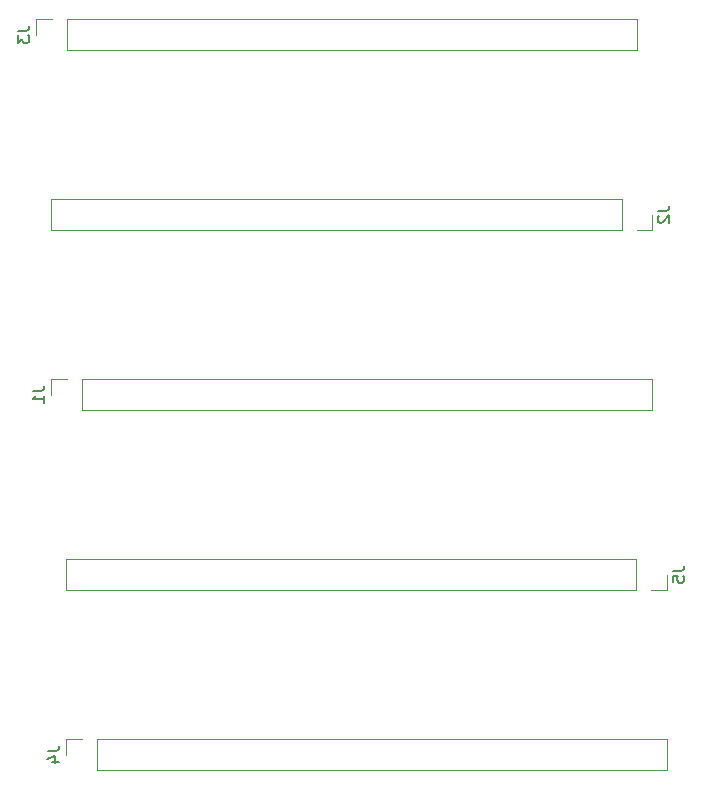
<source format=gbr>
%TF.GenerationSoftware,KiCad,Pcbnew,6.0.4+dfsg-1*%
%TF.CreationDate,2022-04-12T11:54:30+09:30*%
%TF.ProjectId,6530 to 6532 adaptor,36353330-2074-46f2-9036-353332206164,rev?*%
%TF.SameCoordinates,Original*%
%TF.FileFunction,Legend,Bot*%
%TF.FilePolarity,Positive*%
%FSLAX46Y46*%
G04 Gerber Fmt 4.6, Leading zero omitted, Abs format (unit mm)*
G04 Created by KiCad (PCBNEW 6.0.4+dfsg-1) date 2022-04-12 11:54:30*
%MOMM*%
%LPD*%
G01*
G04 APERTURE LIST*
%ADD10C,0.150000*%
%ADD11C,0.120000*%
G04 APERTURE END LIST*
D10*
%TO.C,J5*%
X171952380Y-86021666D02*
X172666666Y-86021666D01*
X172809523Y-85974047D01*
X172904761Y-85878809D01*
X172952380Y-85735952D01*
X172952380Y-85640714D01*
X171952380Y-86974047D02*
X171952380Y-86497857D01*
X172428571Y-86450238D01*
X172380952Y-86497857D01*
X172333333Y-86593095D01*
X172333333Y-86831190D01*
X172380952Y-86926428D01*
X172428571Y-86974047D01*
X172523809Y-87021666D01*
X172761904Y-87021666D01*
X172857142Y-86974047D01*
X172904761Y-86926428D01*
X172952380Y-86831190D01*
X172952380Y-86593095D01*
X172904761Y-86497857D01*
X172857142Y-86450238D01*
%TO.C,J1*%
X117772380Y-70786666D02*
X118486666Y-70786666D01*
X118629523Y-70739047D01*
X118724761Y-70643809D01*
X118772380Y-70500952D01*
X118772380Y-70405714D01*
X118772380Y-71786666D02*
X118772380Y-71215238D01*
X118772380Y-71500952D02*
X117772380Y-71500952D01*
X117915238Y-71405714D01*
X118010476Y-71310476D01*
X118058095Y-71215238D01*
%TO.C,J2*%
X170692380Y-55546666D02*
X171406666Y-55546666D01*
X171549523Y-55499047D01*
X171644761Y-55403809D01*
X171692380Y-55260952D01*
X171692380Y-55165714D01*
X170787619Y-55975238D02*
X170740000Y-56022857D01*
X170692380Y-56118095D01*
X170692380Y-56356190D01*
X170740000Y-56451428D01*
X170787619Y-56499047D01*
X170882857Y-56546666D01*
X170978095Y-56546666D01*
X171120952Y-56499047D01*
X171692380Y-55927619D01*
X171692380Y-56546666D01*
%TO.C,J3*%
X116502380Y-40306666D02*
X117216666Y-40306666D01*
X117359523Y-40259047D01*
X117454761Y-40163809D01*
X117502380Y-40020952D01*
X117502380Y-39925714D01*
X116502380Y-40687619D02*
X116502380Y-41306666D01*
X116883333Y-40973333D01*
X116883333Y-41116190D01*
X116930952Y-41211428D01*
X116978571Y-41259047D01*
X117073809Y-41306666D01*
X117311904Y-41306666D01*
X117407142Y-41259047D01*
X117454761Y-41211428D01*
X117502380Y-41116190D01*
X117502380Y-40830476D01*
X117454761Y-40735238D01*
X117407142Y-40687619D01*
%TO.C,J4*%
X119042380Y-101266666D02*
X119756666Y-101266666D01*
X119899523Y-101219047D01*
X119994761Y-101123809D01*
X120042380Y-100980952D01*
X120042380Y-100885714D01*
X119375714Y-102171428D02*
X120042380Y-102171428D01*
X118994761Y-101933333D02*
X119709047Y-101695238D01*
X119709047Y-102314285D01*
D11*
%TO.C,J5*%
X120580000Y-87685000D02*
X120580000Y-85025000D01*
X170170000Y-87685000D02*
X171500000Y-87685000D01*
X168900000Y-87685000D02*
X168900000Y-85025000D01*
X168900000Y-85025000D02*
X120580000Y-85025000D01*
X168900000Y-87685000D02*
X120580000Y-87685000D01*
X171500000Y-87685000D02*
X171500000Y-86355000D01*
%TO.C,J1*%
X121920000Y-72450000D02*
X170240000Y-72450000D01*
X170240000Y-69790000D02*
X170240000Y-72450000D01*
X119320000Y-69790000D02*
X119320000Y-71120000D01*
X121920000Y-69790000D02*
X170240000Y-69790000D01*
X121920000Y-69790000D02*
X121920000Y-72450000D01*
X120650000Y-69790000D02*
X119320000Y-69790000D01*
%TO.C,J2*%
X167640000Y-54550000D02*
X119320000Y-54550000D01*
X168910000Y-57210000D02*
X170240000Y-57210000D01*
X167640000Y-57210000D02*
X167640000Y-54550000D01*
X167640000Y-57210000D02*
X119320000Y-57210000D01*
X119320000Y-57210000D02*
X119320000Y-54550000D01*
X170240000Y-57210000D02*
X170240000Y-55880000D01*
%TO.C,J3*%
X120650000Y-39310000D02*
X120650000Y-41970000D01*
X119380000Y-39310000D02*
X118050000Y-39310000D01*
X120650000Y-39310000D02*
X168970000Y-39310000D01*
X168970000Y-39310000D02*
X168970000Y-41970000D01*
X120650000Y-41970000D02*
X168970000Y-41970000D01*
X118050000Y-39310000D02*
X118050000Y-40640000D01*
%TO.C,J4*%
X121920000Y-100270000D02*
X120590000Y-100270000D01*
X123190000Y-100270000D02*
X171510000Y-100270000D01*
X171510000Y-100270000D02*
X171510000Y-102930000D01*
X123190000Y-102930000D02*
X171510000Y-102930000D01*
X123190000Y-100270000D02*
X123190000Y-102930000D01*
X120590000Y-100270000D02*
X120590000Y-101600000D01*
%TD*%
M02*

</source>
